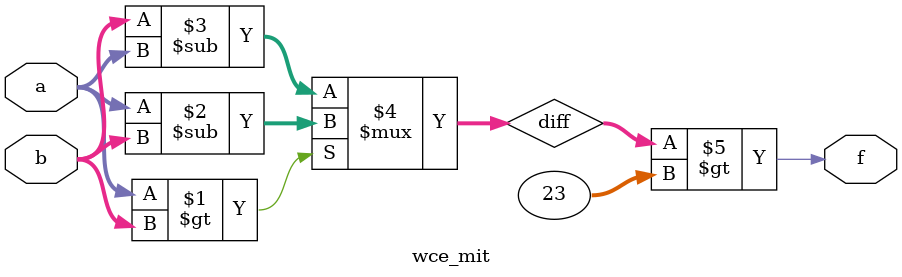
<source format=v>
module wce_mit(a, b, f);
parameter _bit = 9;
parameter wce = 23;
input [_bit - 1: 0] a;
input [_bit - 1: 0] b;
output f;
wire [_bit - 1: 0] diff;
assign diff = (a > b)? (a - b): (b - a);
assign f = (diff > wce);
endmodule

</source>
